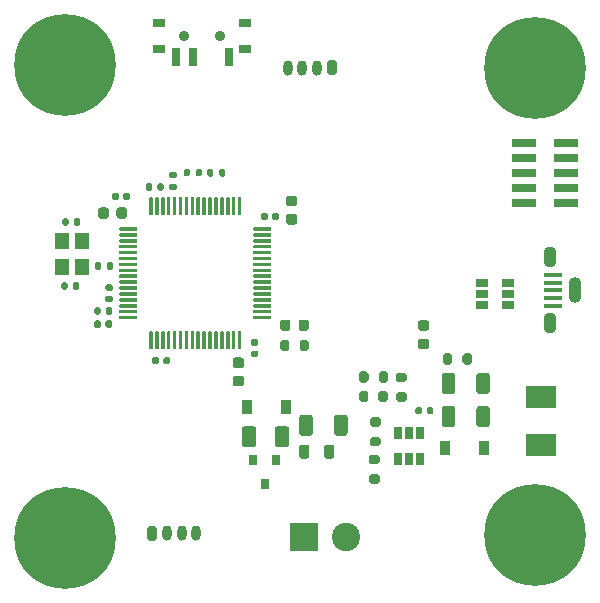
<source format=gbr>
%TF.GenerationSoftware,KiCad,Pcbnew,(5.1.10-1-10_14)*%
%TF.CreationDate,2022-04-25T19:01:15+02:00*%
%TF.ProjectId,STM32_USB_BuckConvertor,53544d33-325f-4555-9342-5f4275636b43,rev?*%
%TF.SameCoordinates,Original*%
%TF.FileFunction,Soldermask,Top*%
%TF.FilePolarity,Negative*%
%FSLAX46Y46*%
G04 Gerber Fmt 4.6, Leading zero omitted, Abs format (unit mm)*
G04 Created by KiCad (PCBNEW (5.1.10-1-10_14)) date 2022-04-25 19:01:15*
%MOMM*%
%LPD*%
G01*
G04 APERTURE LIST*
%ADD10R,1.060000X0.650000*%
%ADD11R,0.900000X1.200000*%
%ADD12C,0.900000*%
%ADD13C,8.600000*%
%ADD14R,0.650000X1.060000*%
%ADD15C,2.400000*%
%ADD16R,2.400000X2.400000*%
%ADD17O,0.800000X1.300000*%
%ADD18R,2.100000X0.750000*%
%ADD19O,1.100000X2.200000*%
%ADD20O,1.100000X1.800000*%
%ADD21R,1.500000X0.450000*%
%ADD22R,2.500000X1.900000*%
%ADD23R,0.800000X0.900000*%
%ADD24R,1.000000X0.800000*%
%ADD25R,0.700000X1.500000*%
%ADD26R,1.200000X1.400000*%
G04 APERTURE END LIST*
D10*
%TO.C,U1*%
X70260000Y-44360000D03*
X70260000Y-45310000D03*
X70260000Y-43410000D03*
X72460000Y-43410000D03*
X72460000Y-44360000D03*
X72460000Y-45310000D03*
%TD*%
%TO.C,U2*%
G36*
G01*
X42125000Y-37625000D02*
X42125000Y-36225000D01*
G75*
G02*
X42200000Y-36150000I75000J0D01*
G01*
X42350000Y-36150000D01*
G75*
G02*
X42425000Y-36225000I0J-75000D01*
G01*
X42425000Y-37625000D01*
G75*
G02*
X42350000Y-37700000I-75000J0D01*
G01*
X42200000Y-37700000D01*
G75*
G02*
X42125000Y-37625000I0J75000D01*
G01*
G37*
G36*
G01*
X42625000Y-37625000D02*
X42625000Y-36225000D01*
G75*
G02*
X42700000Y-36150000I75000J0D01*
G01*
X42850000Y-36150000D01*
G75*
G02*
X42925000Y-36225000I0J-75000D01*
G01*
X42925000Y-37625000D01*
G75*
G02*
X42850000Y-37700000I-75000J0D01*
G01*
X42700000Y-37700000D01*
G75*
G02*
X42625000Y-37625000I0J75000D01*
G01*
G37*
G36*
G01*
X43125000Y-37625000D02*
X43125000Y-36225000D01*
G75*
G02*
X43200000Y-36150000I75000J0D01*
G01*
X43350000Y-36150000D01*
G75*
G02*
X43425000Y-36225000I0J-75000D01*
G01*
X43425000Y-37625000D01*
G75*
G02*
X43350000Y-37700000I-75000J0D01*
G01*
X43200000Y-37700000D01*
G75*
G02*
X43125000Y-37625000I0J75000D01*
G01*
G37*
G36*
G01*
X43625000Y-37625000D02*
X43625000Y-36225000D01*
G75*
G02*
X43700000Y-36150000I75000J0D01*
G01*
X43850000Y-36150000D01*
G75*
G02*
X43925000Y-36225000I0J-75000D01*
G01*
X43925000Y-37625000D01*
G75*
G02*
X43850000Y-37700000I-75000J0D01*
G01*
X43700000Y-37700000D01*
G75*
G02*
X43625000Y-37625000I0J75000D01*
G01*
G37*
G36*
G01*
X44125000Y-37625000D02*
X44125000Y-36225000D01*
G75*
G02*
X44200000Y-36150000I75000J0D01*
G01*
X44350000Y-36150000D01*
G75*
G02*
X44425000Y-36225000I0J-75000D01*
G01*
X44425000Y-37625000D01*
G75*
G02*
X44350000Y-37700000I-75000J0D01*
G01*
X44200000Y-37700000D01*
G75*
G02*
X44125000Y-37625000I0J75000D01*
G01*
G37*
G36*
G01*
X44625000Y-37625000D02*
X44625000Y-36225000D01*
G75*
G02*
X44700000Y-36150000I75000J0D01*
G01*
X44850000Y-36150000D01*
G75*
G02*
X44925000Y-36225000I0J-75000D01*
G01*
X44925000Y-37625000D01*
G75*
G02*
X44850000Y-37700000I-75000J0D01*
G01*
X44700000Y-37700000D01*
G75*
G02*
X44625000Y-37625000I0J75000D01*
G01*
G37*
G36*
G01*
X45125000Y-37625000D02*
X45125000Y-36225000D01*
G75*
G02*
X45200000Y-36150000I75000J0D01*
G01*
X45350000Y-36150000D01*
G75*
G02*
X45425000Y-36225000I0J-75000D01*
G01*
X45425000Y-37625000D01*
G75*
G02*
X45350000Y-37700000I-75000J0D01*
G01*
X45200000Y-37700000D01*
G75*
G02*
X45125000Y-37625000I0J75000D01*
G01*
G37*
G36*
G01*
X45625000Y-37625000D02*
X45625000Y-36225000D01*
G75*
G02*
X45700000Y-36150000I75000J0D01*
G01*
X45850000Y-36150000D01*
G75*
G02*
X45925000Y-36225000I0J-75000D01*
G01*
X45925000Y-37625000D01*
G75*
G02*
X45850000Y-37700000I-75000J0D01*
G01*
X45700000Y-37700000D01*
G75*
G02*
X45625000Y-37625000I0J75000D01*
G01*
G37*
G36*
G01*
X46125000Y-37625000D02*
X46125000Y-36225000D01*
G75*
G02*
X46200000Y-36150000I75000J0D01*
G01*
X46350000Y-36150000D01*
G75*
G02*
X46425000Y-36225000I0J-75000D01*
G01*
X46425000Y-37625000D01*
G75*
G02*
X46350000Y-37700000I-75000J0D01*
G01*
X46200000Y-37700000D01*
G75*
G02*
X46125000Y-37625000I0J75000D01*
G01*
G37*
G36*
G01*
X46625000Y-37625000D02*
X46625000Y-36225000D01*
G75*
G02*
X46700000Y-36150000I75000J0D01*
G01*
X46850000Y-36150000D01*
G75*
G02*
X46925000Y-36225000I0J-75000D01*
G01*
X46925000Y-37625000D01*
G75*
G02*
X46850000Y-37700000I-75000J0D01*
G01*
X46700000Y-37700000D01*
G75*
G02*
X46625000Y-37625000I0J75000D01*
G01*
G37*
G36*
G01*
X47125000Y-37625000D02*
X47125000Y-36225000D01*
G75*
G02*
X47200000Y-36150000I75000J0D01*
G01*
X47350000Y-36150000D01*
G75*
G02*
X47425000Y-36225000I0J-75000D01*
G01*
X47425000Y-37625000D01*
G75*
G02*
X47350000Y-37700000I-75000J0D01*
G01*
X47200000Y-37700000D01*
G75*
G02*
X47125000Y-37625000I0J75000D01*
G01*
G37*
G36*
G01*
X47625000Y-37625000D02*
X47625000Y-36225000D01*
G75*
G02*
X47700000Y-36150000I75000J0D01*
G01*
X47850000Y-36150000D01*
G75*
G02*
X47925000Y-36225000I0J-75000D01*
G01*
X47925000Y-37625000D01*
G75*
G02*
X47850000Y-37700000I-75000J0D01*
G01*
X47700000Y-37700000D01*
G75*
G02*
X47625000Y-37625000I0J75000D01*
G01*
G37*
G36*
G01*
X48125000Y-37625000D02*
X48125000Y-36225000D01*
G75*
G02*
X48200000Y-36150000I75000J0D01*
G01*
X48350000Y-36150000D01*
G75*
G02*
X48425000Y-36225000I0J-75000D01*
G01*
X48425000Y-37625000D01*
G75*
G02*
X48350000Y-37700000I-75000J0D01*
G01*
X48200000Y-37700000D01*
G75*
G02*
X48125000Y-37625000I0J75000D01*
G01*
G37*
G36*
G01*
X48625000Y-37625000D02*
X48625000Y-36225000D01*
G75*
G02*
X48700000Y-36150000I75000J0D01*
G01*
X48850000Y-36150000D01*
G75*
G02*
X48925000Y-36225000I0J-75000D01*
G01*
X48925000Y-37625000D01*
G75*
G02*
X48850000Y-37700000I-75000J0D01*
G01*
X48700000Y-37700000D01*
G75*
G02*
X48625000Y-37625000I0J75000D01*
G01*
G37*
G36*
G01*
X49125000Y-37625000D02*
X49125000Y-36225000D01*
G75*
G02*
X49200000Y-36150000I75000J0D01*
G01*
X49350000Y-36150000D01*
G75*
G02*
X49425000Y-36225000I0J-75000D01*
G01*
X49425000Y-37625000D01*
G75*
G02*
X49350000Y-37700000I-75000J0D01*
G01*
X49200000Y-37700000D01*
G75*
G02*
X49125000Y-37625000I0J75000D01*
G01*
G37*
G36*
G01*
X49625000Y-37625000D02*
X49625000Y-36225000D01*
G75*
G02*
X49700000Y-36150000I75000J0D01*
G01*
X49850000Y-36150000D01*
G75*
G02*
X49925000Y-36225000I0J-75000D01*
G01*
X49925000Y-37625000D01*
G75*
G02*
X49850000Y-37700000I-75000J0D01*
G01*
X49700000Y-37700000D01*
G75*
G02*
X49625000Y-37625000I0J75000D01*
G01*
G37*
G36*
G01*
X50925000Y-38925000D02*
X50925000Y-38775000D01*
G75*
G02*
X51000000Y-38700000I75000J0D01*
G01*
X52400000Y-38700000D01*
G75*
G02*
X52475000Y-38775000I0J-75000D01*
G01*
X52475000Y-38925000D01*
G75*
G02*
X52400000Y-39000000I-75000J0D01*
G01*
X51000000Y-39000000D01*
G75*
G02*
X50925000Y-38925000I0J75000D01*
G01*
G37*
G36*
G01*
X50925000Y-39425000D02*
X50925000Y-39275000D01*
G75*
G02*
X51000000Y-39200000I75000J0D01*
G01*
X52400000Y-39200000D01*
G75*
G02*
X52475000Y-39275000I0J-75000D01*
G01*
X52475000Y-39425000D01*
G75*
G02*
X52400000Y-39500000I-75000J0D01*
G01*
X51000000Y-39500000D01*
G75*
G02*
X50925000Y-39425000I0J75000D01*
G01*
G37*
G36*
G01*
X50925000Y-39925000D02*
X50925000Y-39775000D01*
G75*
G02*
X51000000Y-39700000I75000J0D01*
G01*
X52400000Y-39700000D01*
G75*
G02*
X52475000Y-39775000I0J-75000D01*
G01*
X52475000Y-39925000D01*
G75*
G02*
X52400000Y-40000000I-75000J0D01*
G01*
X51000000Y-40000000D01*
G75*
G02*
X50925000Y-39925000I0J75000D01*
G01*
G37*
G36*
G01*
X50925000Y-40425000D02*
X50925000Y-40275000D01*
G75*
G02*
X51000000Y-40200000I75000J0D01*
G01*
X52400000Y-40200000D01*
G75*
G02*
X52475000Y-40275000I0J-75000D01*
G01*
X52475000Y-40425000D01*
G75*
G02*
X52400000Y-40500000I-75000J0D01*
G01*
X51000000Y-40500000D01*
G75*
G02*
X50925000Y-40425000I0J75000D01*
G01*
G37*
G36*
G01*
X50925000Y-40925000D02*
X50925000Y-40775000D01*
G75*
G02*
X51000000Y-40700000I75000J0D01*
G01*
X52400000Y-40700000D01*
G75*
G02*
X52475000Y-40775000I0J-75000D01*
G01*
X52475000Y-40925000D01*
G75*
G02*
X52400000Y-41000000I-75000J0D01*
G01*
X51000000Y-41000000D01*
G75*
G02*
X50925000Y-40925000I0J75000D01*
G01*
G37*
G36*
G01*
X50925000Y-41425000D02*
X50925000Y-41275000D01*
G75*
G02*
X51000000Y-41200000I75000J0D01*
G01*
X52400000Y-41200000D01*
G75*
G02*
X52475000Y-41275000I0J-75000D01*
G01*
X52475000Y-41425000D01*
G75*
G02*
X52400000Y-41500000I-75000J0D01*
G01*
X51000000Y-41500000D01*
G75*
G02*
X50925000Y-41425000I0J75000D01*
G01*
G37*
G36*
G01*
X50925000Y-41925000D02*
X50925000Y-41775000D01*
G75*
G02*
X51000000Y-41700000I75000J0D01*
G01*
X52400000Y-41700000D01*
G75*
G02*
X52475000Y-41775000I0J-75000D01*
G01*
X52475000Y-41925000D01*
G75*
G02*
X52400000Y-42000000I-75000J0D01*
G01*
X51000000Y-42000000D01*
G75*
G02*
X50925000Y-41925000I0J75000D01*
G01*
G37*
G36*
G01*
X50925000Y-42425000D02*
X50925000Y-42275000D01*
G75*
G02*
X51000000Y-42200000I75000J0D01*
G01*
X52400000Y-42200000D01*
G75*
G02*
X52475000Y-42275000I0J-75000D01*
G01*
X52475000Y-42425000D01*
G75*
G02*
X52400000Y-42500000I-75000J0D01*
G01*
X51000000Y-42500000D01*
G75*
G02*
X50925000Y-42425000I0J75000D01*
G01*
G37*
G36*
G01*
X50925000Y-42925000D02*
X50925000Y-42775000D01*
G75*
G02*
X51000000Y-42700000I75000J0D01*
G01*
X52400000Y-42700000D01*
G75*
G02*
X52475000Y-42775000I0J-75000D01*
G01*
X52475000Y-42925000D01*
G75*
G02*
X52400000Y-43000000I-75000J0D01*
G01*
X51000000Y-43000000D01*
G75*
G02*
X50925000Y-42925000I0J75000D01*
G01*
G37*
G36*
G01*
X50925000Y-43425000D02*
X50925000Y-43275000D01*
G75*
G02*
X51000000Y-43200000I75000J0D01*
G01*
X52400000Y-43200000D01*
G75*
G02*
X52475000Y-43275000I0J-75000D01*
G01*
X52475000Y-43425000D01*
G75*
G02*
X52400000Y-43500000I-75000J0D01*
G01*
X51000000Y-43500000D01*
G75*
G02*
X50925000Y-43425000I0J75000D01*
G01*
G37*
G36*
G01*
X50925000Y-43925000D02*
X50925000Y-43775000D01*
G75*
G02*
X51000000Y-43700000I75000J0D01*
G01*
X52400000Y-43700000D01*
G75*
G02*
X52475000Y-43775000I0J-75000D01*
G01*
X52475000Y-43925000D01*
G75*
G02*
X52400000Y-44000000I-75000J0D01*
G01*
X51000000Y-44000000D01*
G75*
G02*
X50925000Y-43925000I0J75000D01*
G01*
G37*
G36*
G01*
X50925000Y-44425000D02*
X50925000Y-44275000D01*
G75*
G02*
X51000000Y-44200000I75000J0D01*
G01*
X52400000Y-44200000D01*
G75*
G02*
X52475000Y-44275000I0J-75000D01*
G01*
X52475000Y-44425000D01*
G75*
G02*
X52400000Y-44500000I-75000J0D01*
G01*
X51000000Y-44500000D01*
G75*
G02*
X50925000Y-44425000I0J75000D01*
G01*
G37*
G36*
G01*
X50925000Y-44925000D02*
X50925000Y-44775000D01*
G75*
G02*
X51000000Y-44700000I75000J0D01*
G01*
X52400000Y-44700000D01*
G75*
G02*
X52475000Y-44775000I0J-75000D01*
G01*
X52475000Y-44925000D01*
G75*
G02*
X52400000Y-45000000I-75000J0D01*
G01*
X51000000Y-45000000D01*
G75*
G02*
X50925000Y-44925000I0J75000D01*
G01*
G37*
G36*
G01*
X50925000Y-45425000D02*
X50925000Y-45275000D01*
G75*
G02*
X51000000Y-45200000I75000J0D01*
G01*
X52400000Y-45200000D01*
G75*
G02*
X52475000Y-45275000I0J-75000D01*
G01*
X52475000Y-45425000D01*
G75*
G02*
X52400000Y-45500000I-75000J0D01*
G01*
X51000000Y-45500000D01*
G75*
G02*
X50925000Y-45425000I0J75000D01*
G01*
G37*
G36*
G01*
X50925000Y-45925000D02*
X50925000Y-45775000D01*
G75*
G02*
X51000000Y-45700000I75000J0D01*
G01*
X52400000Y-45700000D01*
G75*
G02*
X52475000Y-45775000I0J-75000D01*
G01*
X52475000Y-45925000D01*
G75*
G02*
X52400000Y-46000000I-75000J0D01*
G01*
X51000000Y-46000000D01*
G75*
G02*
X50925000Y-45925000I0J75000D01*
G01*
G37*
G36*
G01*
X50925000Y-46425000D02*
X50925000Y-46275000D01*
G75*
G02*
X51000000Y-46200000I75000J0D01*
G01*
X52400000Y-46200000D01*
G75*
G02*
X52475000Y-46275000I0J-75000D01*
G01*
X52475000Y-46425000D01*
G75*
G02*
X52400000Y-46500000I-75000J0D01*
G01*
X51000000Y-46500000D01*
G75*
G02*
X50925000Y-46425000I0J75000D01*
G01*
G37*
G36*
G01*
X49625000Y-48975000D02*
X49625000Y-47575000D01*
G75*
G02*
X49700000Y-47500000I75000J0D01*
G01*
X49850000Y-47500000D01*
G75*
G02*
X49925000Y-47575000I0J-75000D01*
G01*
X49925000Y-48975000D01*
G75*
G02*
X49850000Y-49050000I-75000J0D01*
G01*
X49700000Y-49050000D01*
G75*
G02*
X49625000Y-48975000I0J75000D01*
G01*
G37*
G36*
G01*
X49125000Y-48975000D02*
X49125000Y-47575000D01*
G75*
G02*
X49200000Y-47500000I75000J0D01*
G01*
X49350000Y-47500000D01*
G75*
G02*
X49425000Y-47575000I0J-75000D01*
G01*
X49425000Y-48975000D01*
G75*
G02*
X49350000Y-49050000I-75000J0D01*
G01*
X49200000Y-49050000D01*
G75*
G02*
X49125000Y-48975000I0J75000D01*
G01*
G37*
G36*
G01*
X48625000Y-48975000D02*
X48625000Y-47575000D01*
G75*
G02*
X48700000Y-47500000I75000J0D01*
G01*
X48850000Y-47500000D01*
G75*
G02*
X48925000Y-47575000I0J-75000D01*
G01*
X48925000Y-48975000D01*
G75*
G02*
X48850000Y-49050000I-75000J0D01*
G01*
X48700000Y-49050000D01*
G75*
G02*
X48625000Y-48975000I0J75000D01*
G01*
G37*
G36*
G01*
X48125000Y-48975000D02*
X48125000Y-47575000D01*
G75*
G02*
X48200000Y-47500000I75000J0D01*
G01*
X48350000Y-47500000D01*
G75*
G02*
X48425000Y-47575000I0J-75000D01*
G01*
X48425000Y-48975000D01*
G75*
G02*
X48350000Y-49050000I-75000J0D01*
G01*
X48200000Y-49050000D01*
G75*
G02*
X48125000Y-48975000I0J75000D01*
G01*
G37*
G36*
G01*
X47625000Y-48975000D02*
X47625000Y-47575000D01*
G75*
G02*
X47700000Y-47500000I75000J0D01*
G01*
X47850000Y-47500000D01*
G75*
G02*
X47925000Y-47575000I0J-75000D01*
G01*
X47925000Y-48975000D01*
G75*
G02*
X47850000Y-49050000I-75000J0D01*
G01*
X47700000Y-49050000D01*
G75*
G02*
X47625000Y-48975000I0J75000D01*
G01*
G37*
G36*
G01*
X47125000Y-48975000D02*
X47125000Y-47575000D01*
G75*
G02*
X47200000Y-47500000I75000J0D01*
G01*
X47350000Y-47500000D01*
G75*
G02*
X47425000Y-47575000I0J-75000D01*
G01*
X47425000Y-48975000D01*
G75*
G02*
X47350000Y-49050000I-75000J0D01*
G01*
X47200000Y-49050000D01*
G75*
G02*
X47125000Y-48975000I0J75000D01*
G01*
G37*
G36*
G01*
X46625000Y-48975000D02*
X46625000Y-47575000D01*
G75*
G02*
X46700000Y-47500000I75000J0D01*
G01*
X46850000Y-47500000D01*
G75*
G02*
X46925000Y-47575000I0J-75000D01*
G01*
X46925000Y-48975000D01*
G75*
G02*
X46850000Y-49050000I-75000J0D01*
G01*
X46700000Y-49050000D01*
G75*
G02*
X46625000Y-48975000I0J75000D01*
G01*
G37*
G36*
G01*
X46125000Y-48975000D02*
X46125000Y-47575000D01*
G75*
G02*
X46200000Y-47500000I75000J0D01*
G01*
X46350000Y-47500000D01*
G75*
G02*
X46425000Y-47575000I0J-75000D01*
G01*
X46425000Y-48975000D01*
G75*
G02*
X46350000Y-49050000I-75000J0D01*
G01*
X46200000Y-49050000D01*
G75*
G02*
X46125000Y-48975000I0J75000D01*
G01*
G37*
G36*
G01*
X45625000Y-48975000D02*
X45625000Y-47575000D01*
G75*
G02*
X45700000Y-47500000I75000J0D01*
G01*
X45850000Y-47500000D01*
G75*
G02*
X45925000Y-47575000I0J-75000D01*
G01*
X45925000Y-48975000D01*
G75*
G02*
X45850000Y-49050000I-75000J0D01*
G01*
X45700000Y-49050000D01*
G75*
G02*
X45625000Y-48975000I0J75000D01*
G01*
G37*
G36*
G01*
X45125000Y-48975000D02*
X45125000Y-47575000D01*
G75*
G02*
X45200000Y-47500000I75000J0D01*
G01*
X45350000Y-47500000D01*
G75*
G02*
X45425000Y-47575000I0J-75000D01*
G01*
X45425000Y-48975000D01*
G75*
G02*
X45350000Y-49050000I-75000J0D01*
G01*
X45200000Y-49050000D01*
G75*
G02*
X45125000Y-48975000I0J75000D01*
G01*
G37*
G36*
G01*
X44625000Y-48975000D02*
X44625000Y-47575000D01*
G75*
G02*
X44700000Y-47500000I75000J0D01*
G01*
X44850000Y-47500000D01*
G75*
G02*
X44925000Y-47575000I0J-75000D01*
G01*
X44925000Y-48975000D01*
G75*
G02*
X44850000Y-49050000I-75000J0D01*
G01*
X44700000Y-49050000D01*
G75*
G02*
X44625000Y-48975000I0J75000D01*
G01*
G37*
G36*
G01*
X44125000Y-48975000D02*
X44125000Y-47575000D01*
G75*
G02*
X44200000Y-47500000I75000J0D01*
G01*
X44350000Y-47500000D01*
G75*
G02*
X44425000Y-47575000I0J-75000D01*
G01*
X44425000Y-48975000D01*
G75*
G02*
X44350000Y-49050000I-75000J0D01*
G01*
X44200000Y-49050000D01*
G75*
G02*
X44125000Y-48975000I0J75000D01*
G01*
G37*
G36*
G01*
X43625000Y-48975000D02*
X43625000Y-47575000D01*
G75*
G02*
X43700000Y-47500000I75000J0D01*
G01*
X43850000Y-47500000D01*
G75*
G02*
X43925000Y-47575000I0J-75000D01*
G01*
X43925000Y-48975000D01*
G75*
G02*
X43850000Y-49050000I-75000J0D01*
G01*
X43700000Y-49050000D01*
G75*
G02*
X43625000Y-48975000I0J75000D01*
G01*
G37*
G36*
G01*
X43125000Y-48975000D02*
X43125000Y-47575000D01*
G75*
G02*
X43200000Y-47500000I75000J0D01*
G01*
X43350000Y-47500000D01*
G75*
G02*
X43425000Y-47575000I0J-75000D01*
G01*
X43425000Y-48975000D01*
G75*
G02*
X43350000Y-49050000I-75000J0D01*
G01*
X43200000Y-49050000D01*
G75*
G02*
X43125000Y-48975000I0J75000D01*
G01*
G37*
G36*
G01*
X42625000Y-48975000D02*
X42625000Y-47575000D01*
G75*
G02*
X42700000Y-47500000I75000J0D01*
G01*
X42850000Y-47500000D01*
G75*
G02*
X42925000Y-47575000I0J-75000D01*
G01*
X42925000Y-48975000D01*
G75*
G02*
X42850000Y-49050000I-75000J0D01*
G01*
X42700000Y-49050000D01*
G75*
G02*
X42625000Y-48975000I0J75000D01*
G01*
G37*
G36*
G01*
X42125000Y-48975000D02*
X42125000Y-47575000D01*
G75*
G02*
X42200000Y-47500000I75000J0D01*
G01*
X42350000Y-47500000D01*
G75*
G02*
X42425000Y-47575000I0J-75000D01*
G01*
X42425000Y-48975000D01*
G75*
G02*
X42350000Y-49050000I-75000J0D01*
G01*
X42200000Y-49050000D01*
G75*
G02*
X42125000Y-48975000I0J75000D01*
G01*
G37*
G36*
G01*
X39575000Y-46425000D02*
X39575000Y-46275000D01*
G75*
G02*
X39650000Y-46200000I75000J0D01*
G01*
X41050000Y-46200000D01*
G75*
G02*
X41125000Y-46275000I0J-75000D01*
G01*
X41125000Y-46425000D01*
G75*
G02*
X41050000Y-46500000I-75000J0D01*
G01*
X39650000Y-46500000D01*
G75*
G02*
X39575000Y-46425000I0J75000D01*
G01*
G37*
G36*
G01*
X39575000Y-45925000D02*
X39575000Y-45775000D01*
G75*
G02*
X39650000Y-45700000I75000J0D01*
G01*
X41050000Y-45700000D01*
G75*
G02*
X41125000Y-45775000I0J-75000D01*
G01*
X41125000Y-45925000D01*
G75*
G02*
X41050000Y-46000000I-75000J0D01*
G01*
X39650000Y-46000000D01*
G75*
G02*
X39575000Y-45925000I0J75000D01*
G01*
G37*
G36*
G01*
X39575000Y-45425000D02*
X39575000Y-45275000D01*
G75*
G02*
X39650000Y-45200000I75000J0D01*
G01*
X41050000Y-45200000D01*
G75*
G02*
X41125000Y-45275000I0J-75000D01*
G01*
X41125000Y-45425000D01*
G75*
G02*
X41050000Y-45500000I-75000J0D01*
G01*
X39650000Y-45500000D01*
G75*
G02*
X39575000Y-45425000I0J75000D01*
G01*
G37*
G36*
G01*
X39575000Y-44925000D02*
X39575000Y-44775000D01*
G75*
G02*
X39650000Y-44700000I75000J0D01*
G01*
X41050000Y-44700000D01*
G75*
G02*
X41125000Y-44775000I0J-75000D01*
G01*
X41125000Y-44925000D01*
G75*
G02*
X41050000Y-45000000I-75000J0D01*
G01*
X39650000Y-45000000D01*
G75*
G02*
X39575000Y-44925000I0J75000D01*
G01*
G37*
G36*
G01*
X39575000Y-44425000D02*
X39575000Y-44275000D01*
G75*
G02*
X39650000Y-44200000I75000J0D01*
G01*
X41050000Y-44200000D01*
G75*
G02*
X41125000Y-44275000I0J-75000D01*
G01*
X41125000Y-44425000D01*
G75*
G02*
X41050000Y-44500000I-75000J0D01*
G01*
X39650000Y-44500000D01*
G75*
G02*
X39575000Y-44425000I0J75000D01*
G01*
G37*
G36*
G01*
X39575000Y-43925000D02*
X39575000Y-43775000D01*
G75*
G02*
X39650000Y-43700000I75000J0D01*
G01*
X41050000Y-43700000D01*
G75*
G02*
X41125000Y-43775000I0J-75000D01*
G01*
X41125000Y-43925000D01*
G75*
G02*
X41050000Y-44000000I-75000J0D01*
G01*
X39650000Y-44000000D01*
G75*
G02*
X39575000Y-43925000I0J75000D01*
G01*
G37*
G36*
G01*
X39575000Y-43425000D02*
X39575000Y-43275000D01*
G75*
G02*
X39650000Y-43200000I75000J0D01*
G01*
X41050000Y-43200000D01*
G75*
G02*
X41125000Y-43275000I0J-75000D01*
G01*
X41125000Y-43425000D01*
G75*
G02*
X41050000Y-43500000I-75000J0D01*
G01*
X39650000Y-43500000D01*
G75*
G02*
X39575000Y-43425000I0J75000D01*
G01*
G37*
G36*
G01*
X39575000Y-42925000D02*
X39575000Y-42775000D01*
G75*
G02*
X39650000Y-42700000I75000J0D01*
G01*
X41050000Y-42700000D01*
G75*
G02*
X41125000Y-42775000I0J-75000D01*
G01*
X41125000Y-42925000D01*
G75*
G02*
X41050000Y-43000000I-75000J0D01*
G01*
X39650000Y-43000000D01*
G75*
G02*
X39575000Y-42925000I0J75000D01*
G01*
G37*
G36*
G01*
X39575000Y-42425000D02*
X39575000Y-42275000D01*
G75*
G02*
X39650000Y-42200000I75000J0D01*
G01*
X41050000Y-42200000D01*
G75*
G02*
X41125000Y-42275000I0J-75000D01*
G01*
X41125000Y-42425000D01*
G75*
G02*
X41050000Y-42500000I-75000J0D01*
G01*
X39650000Y-42500000D01*
G75*
G02*
X39575000Y-42425000I0J75000D01*
G01*
G37*
G36*
G01*
X39575000Y-41925000D02*
X39575000Y-41775000D01*
G75*
G02*
X39650000Y-41700000I75000J0D01*
G01*
X41050000Y-41700000D01*
G75*
G02*
X41125000Y-41775000I0J-75000D01*
G01*
X41125000Y-41925000D01*
G75*
G02*
X41050000Y-42000000I-75000J0D01*
G01*
X39650000Y-42000000D01*
G75*
G02*
X39575000Y-41925000I0J75000D01*
G01*
G37*
G36*
G01*
X39575000Y-41425000D02*
X39575000Y-41275000D01*
G75*
G02*
X39650000Y-41200000I75000J0D01*
G01*
X41050000Y-41200000D01*
G75*
G02*
X41125000Y-41275000I0J-75000D01*
G01*
X41125000Y-41425000D01*
G75*
G02*
X41050000Y-41500000I-75000J0D01*
G01*
X39650000Y-41500000D01*
G75*
G02*
X39575000Y-41425000I0J75000D01*
G01*
G37*
G36*
G01*
X39575000Y-40925000D02*
X39575000Y-40775000D01*
G75*
G02*
X39650000Y-40700000I75000J0D01*
G01*
X41050000Y-40700000D01*
G75*
G02*
X41125000Y-40775000I0J-75000D01*
G01*
X41125000Y-40925000D01*
G75*
G02*
X41050000Y-41000000I-75000J0D01*
G01*
X39650000Y-41000000D01*
G75*
G02*
X39575000Y-40925000I0J75000D01*
G01*
G37*
G36*
G01*
X39575000Y-40425000D02*
X39575000Y-40275000D01*
G75*
G02*
X39650000Y-40200000I75000J0D01*
G01*
X41050000Y-40200000D01*
G75*
G02*
X41125000Y-40275000I0J-75000D01*
G01*
X41125000Y-40425000D01*
G75*
G02*
X41050000Y-40500000I-75000J0D01*
G01*
X39650000Y-40500000D01*
G75*
G02*
X39575000Y-40425000I0J75000D01*
G01*
G37*
G36*
G01*
X39575000Y-39925000D02*
X39575000Y-39775000D01*
G75*
G02*
X39650000Y-39700000I75000J0D01*
G01*
X41050000Y-39700000D01*
G75*
G02*
X41125000Y-39775000I0J-75000D01*
G01*
X41125000Y-39925000D01*
G75*
G02*
X41050000Y-40000000I-75000J0D01*
G01*
X39650000Y-40000000D01*
G75*
G02*
X39575000Y-39925000I0J75000D01*
G01*
G37*
G36*
G01*
X39575000Y-39425000D02*
X39575000Y-39275000D01*
G75*
G02*
X39650000Y-39200000I75000J0D01*
G01*
X41050000Y-39200000D01*
G75*
G02*
X41125000Y-39275000I0J-75000D01*
G01*
X41125000Y-39425000D01*
G75*
G02*
X41050000Y-39500000I-75000J0D01*
G01*
X39650000Y-39500000D01*
G75*
G02*
X39575000Y-39425000I0J75000D01*
G01*
G37*
G36*
G01*
X39575000Y-38925000D02*
X39575000Y-38775000D01*
G75*
G02*
X39650000Y-38700000I75000J0D01*
G01*
X41050000Y-38700000D01*
G75*
G02*
X41125000Y-38775000I0J-75000D01*
G01*
X41125000Y-38925000D01*
G75*
G02*
X41050000Y-39000000I-75000J0D01*
G01*
X39650000Y-39000000D01*
G75*
G02*
X39575000Y-38925000I0J75000D01*
G01*
G37*
%TD*%
%TO.C,C1*%
G36*
G01*
X57770000Y-56120001D02*
X57770000Y-54819999D01*
G75*
G02*
X58019999Y-54570000I249999J0D01*
G01*
X58670001Y-54570000D01*
G75*
G02*
X58920000Y-54819999I0J-249999D01*
G01*
X58920000Y-56120001D01*
G75*
G02*
X58670001Y-56370000I-249999J0D01*
G01*
X58019999Y-56370000D01*
G75*
G02*
X57770000Y-56120001I0J249999D01*
G01*
G37*
G36*
G01*
X54820000Y-56120001D02*
X54820000Y-54819999D01*
G75*
G02*
X55069999Y-54570000I249999J0D01*
G01*
X55720001Y-54570000D01*
G75*
G02*
X55970000Y-54819999I0J-249999D01*
G01*
X55970000Y-56120001D01*
G75*
G02*
X55720001Y-56370000I-249999J0D01*
G01*
X55069999Y-56370000D01*
G75*
G02*
X54820000Y-56120001I0J249999D01*
G01*
G37*
%TD*%
%TO.C,C2*%
G36*
G01*
X68020000Y-54079999D02*
X68020000Y-55380001D01*
G75*
G02*
X67770001Y-55630000I-249999J0D01*
G01*
X67119999Y-55630000D01*
G75*
G02*
X66870000Y-55380001I0J249999D01*
G01*
X66870000Y-54079999D01*
G75*
G02*
X67119999Y-53830000I249999J0D01*
G01*
X67770001Y-53830000D01*
G75*
G02*
X68020000Y-54079999I0J-249999D01*
G01*
G37*
G36*
G01*
X70970000Y-54079999D02*
X70970000Y-55380001D01*
G75*
G02*
X70720001Y-55630000I-249999J0D01*
G01*
X70069999Y-55630000D01*
G75*
G02*
X69820000Y-55380001I0J249999D01*
G01*
X69820000Y-54079999D01*
G75*
G02*
X70069999Y-53830000I249999J0D01*
G01*
X70720001Y-53830000D01*
G75*
G02*
X70970000Y-54079999I0J-249999D01*
G01*
G37*
%TD*%
%TO.C,C3*%
G36*
G01*
X68020000Y-51279999D02*
X68020000Y-52580001D01*
G75*
G02*
X67770001Y-52830000I-249999J0D01*
G01*
X67119999Y-52830000D01*
G75*
G02*
X66870000Y-52580001I0J249999D01*
G01*
X66870000Y-51279999D01*
G75*
G02*
X67119999Y-51030000I249999J0D01*
G01*
X67770001Y-51030000D01*
G75*
G02*
X68020000Y-51279999I0J-249999D01*
G01*
G37*
G36*
G01*
X70970000Y-51279999D02*
X70970000Y-52580001D01*
G75*
G02*
X70720001Y-52830000I-249999J0D01*
G01*
X70069999Y-52830000D01*
G75*
G02*
X69820000Y-52580001I0J249999D01*
G01*
X69820000Y-51279999D01*
G75*
G02*
X70069999Y-51030000I249999J0D01*
G01*
X70720001Y-51030000D01*
G75*
G02*
X70970000Y-51279999I0J-249999D01*
G01*
G37*
%TD*%
%TO.C,C4*%
G36*
G01*
X65220000Y-54060000D02*
X65220000Y-54400000D01*
G75*
G02*
X65080000Y-54540000I-140000J0D01*
G01*
X64800000Y-54540000D01*
G75*
G02*
X64660000Y-54400000I0J140000D01*
G01*
X64660000Y-54060000D01*
G75*
G02*
X64800000Y-53920000I140000J0D01*
G01*
X65080000Y-53920000D01*
G75*
G02*
X65220000Y-54060000I0J-140000D01*
G01*
G37*
G36*
G01*
X66180000Y-54060000D02*
X66180000Y-54400000D01*
G75*
G02*
X66040000Y-54540000I-140000J0D01*
G01*
X65760000Y-54540000D01*
G75*
G02*
X65620000Y-54400000I0J140000D01*
G01*
X65620000Y-54060000D01*
G75*
G02*
X65760000Y-53920000I140000J0D01*
G01*
X66040000Y-53920000D01*
G75*
G02*
X66180000Y-54060000I0J-140000D01*
G01*
G37*
%TD*%
%TO.C,C5*%
G36*
G01*
X38700000Y-37250000D02*
X38700000Y-37750000D01*
G75*
G02*
X38475000Y-37975000I-225000J0D01*
G01*
X38025000Y-37975000D01*
G75*
G02*
X37800000Y-37750000I0J225000D01*
G01*
X37800000Y-37250000D01*
G75*
G02*
X38025000Y-37025000I225000J0D01*
G01*
X38475000Y-37025000D01*
G75*
G02*
X38700000Y-37250000I0J-225000D01*
G01*
G37*
G36*
G01*
X40250000Y-37250000D02*
X40250000Y-37750000D01*
G75*
G02*
X40025000Y-37975000I-225000J0D01*
G01*
X39575000Y-37975000D01*
G75*
G02*
X39350000Y-37750000I0J225000D01*
G01*
X39350000Y-37250000D01*
G75*
G02*
X39575000Y-37025000I225000J0D01*
G01*
X40025000Y-37025000D01*
G75*
G02*
X40250000Y-37250000I0J-225000D01*
G01*
G37*
%TD*%
%TO.C,C6*%
G36*
G01*
X39525000Y-35930000D02*
X39525000Y-36270000D01*
G75*
G02*
X39385000Y-36410000I-140000J0D01*
G01*
X39105000Y-36410000D01*
G75*
G02*
X38965000Y-36270000I0J140000D01*
G01*
X38965000Y-35930000D01*
G75*
G02*
X39105000Y-35790000I140000J0D01*
G01*
X39385000Y-35790000D01*
G75*
G02*
X39525000Y-35930000I0J-140000D01*
G01*
G37*
G36*
G01*
X40485000Y-35930000D02*
X40485000Y-36270000D01*
G75*
G02*
X40345000Y-36410000I-140000J0D01*
G01*
X40065000Y-36410000D01*
G75*
G02*
X39925000Y-36270000I0J140000D01*
G01*
X39925000Y-35930000D01*
G75*
G02*
X40065000Y-35790000I140000J0D01*
G01*
X40345000Y-35790000D01*
G75*
G02*
X40485000Y-35930000I0J-140000D01*
G01*
G37*
%TD*%
%TO.C,C7*%
G36*
G01*
X42925000Y-49830000D02*
X42925000Y-50170000D01*
G75*
G02*
X42785000Y-50310000I-140000J0D01*
G01*
X42505000Y-50310000D01*
G75*
G02*
X42365000Y-50170000I0J140000D01*
G01*
X42365000Y-49830000D01*
G75*
G02*
X42505000Y-49690000I140000J0D01*
G01*
X42785000Y-49690000D01*
G75*
G02*
X42925000Y-49830000I0J-140000D01*
G01*
G37*
G36*
G01*
X43885000Y-49830000D02*
X43885000Y-50170000D01*
G75*
G02*
X43745000Y-50310000I-140000J0D01*
G01*
X43465000Y-50310000D01*
G75*
G02*
X43325000Y-50170000I0J140000D01*
G01*
X43325000Y-49830000D01*
G75*
G02*
X43465000Y-49690000I140000J0D01*
G01*
X43745000Y-49690000D01*
G75*
G02*
X43885000Y-49830000I0J-140000D01*
G01*
G37*
%TD*%
%TO.C,C8*%
G36*
G01*
X50880000Y-49150000D02*
X51220000Y-49150000D01*
G75*
G02*
X51360000Y-49290000I0J-140000D01*
G01*
X51360000Y-49570000D01*
G75*
G02*
X51220000Y-49710000I-140000J0D01*
G01*
X50880000Y-49710000D01*
G75*
G02*
X50740000Y-49570000I0J140000D01*
G01*
X50740000Y-49290000D01*
G75*
G02*
X50880000Y-49150000I140000J0D01*
G01*
G37*
G36*
G01*
X50880000Y-48190000D02*
X51220000Y-48190000D01*
G75*
G02*
X51360000Y-48330000I0J-140000D01*
G01*
X51360000Y-48610000D01*
G75*
G02*
X51220000Y-48750000I-140000J0D01*
G01*
X50880000Y-48750000D01*
G75*
G02*
X50740000Y-48610000I0J140000D01*
G01*
X50740000Y-48330000D01*
G75*
G02*
X50880000Y-48190000I140000J0D01*
G01*
G37*
%TD*%
%TO.C,C9*%
G36*
G01*
X52550000Y-37970000D02*
X52550000Y-37630000D01*
G75*
G02*
X52690000Y-37490000I140000J0D01*
G01*
X52970000Y-37490000D01*
G75*
G02*
X53110000Y-37630000I0J-140000D01*
G01*
X53110000Y-37970000D01*
G75*
G02*
X52970000Y-38110000I-140000J0D01*
G01*
X52690000Y-38110000D01*
G75*
G02*
X52550000Y-37970000I0J140000D01*
G01*
G37*
G36*
G01*
X51590000Y-37970000D02*
X51590000Y-37630000D01*
G75*
G02*
X51730000Y-37490000I140000J0D01*
G01*
X52010000Y-37490000D01*
G75*
G02*
X52150000Y-37630000I0J-140000D01*
G01*
X52150000Y-37970000D01*
G75*
G02*
X52010000Y-38110000I-140000J0D01*
G01*
X51730000Y-38110000D01*
G75*
G02*
X51590000Y-37970000I0J140000D01*
G01*
G37*
%TD*%
%TO.C,C10*%
G36*
G01*
X42790000Y-35460000D02*
X42790000Y-35120000D01*
G75*
G02*
X42930000Y-34980000I140000J0D01*
G01*
X43210000Y-34980000D01*
G75*
G02*
X43350000Y-35120000I0J-140000D01*
G01*
X43350000Y-35460000D01*
G75*
G02*
X43210000Y-35600000I-140000J0D01*
G01*
X42930000Y-35600000D01*
G75*
G02*
X42790000Y-35460000I0J140000D01*
G01*
G37*
G36*
G01*
X41830000Y-35460000D02*
X41830000Y-35120000D01*
G75*
G02*
X41970000Y-34980000I140000J0D01*
G01*
X42250000Y-34980000D01*
G75*
G02*
X42390000Y-35120000I0J-140000D01*
G01*
X42390000Y-35460000D01*
G75*
G02*
X42250000Y-35600000I-140000J0D01*
G01*
X41970000Y-35600000D01*
G75*
G02*
X41830000Y-35460000I0J140000D01*
G01*
G37*
%TD*%
%TO.C,C11*%
G36*
G01*
X38900000Y-44090000D02*
X38560000Y-44090000D01*
G75*
G02*
X38420000Y-43950000I0J140000D01*
G01*
X38420000Y-43670000D01*
G75*
G02*
X38560000Y-43530000I140000J0D01*
G01*
X38900000Y-43530000D01*
G75*
G02*
X39040000Y-43670000I0J-140000D01*
G01*
X39040000Y-43950000D01*
G75*
G02*
X38900000Y-44090000I-140000J0D01*
G01*
G37*
G36*
G01*
X38900000Y-45050000D02*
X38560000Y-45050000D01*
G75*
G02*
X38420000Y-44910000I0J140000D01*
G01*
X38420000Y-44630000D01*
G75*
G02*
X38560000Y-44490000I140000J0D01*
G01*
X38900000Y-44490000D01*
G75*
G02*
X39040000Y-44630000I0J-140000D01*
G01*
X39040000Y-44910000D01*
G75*
G02*
X38900000Y-45050000I-140000J0D01*
G01*
G37*
%TD*%
%TO.C,C12*%
G36*
G01*
X38025000Y-45630000D02*
X38025000Y-45970000D01*
G75*
G02*
X37885000Y-46110000I-140000J0D01*
G01*
X37605000Y-46110000D01*
G75*
G02*
X37465000Y-45970000I0J140000D01*
G01*
X37465000Y-45630000D01*
G75*
G02*
X37605000Y-45490000I140000J0D01*
G01*
X37885000Y-45490000D01*
G75*
G02*
X38025000Y-45630000I0J-140000D01*
G01*
G37*
G36*
G01*
X38985000Y-45630000D02*
X38985000Y-45970000D01*
G75*
G02*
X38845000Y-46110000I-140000J0D01*
G01*
X38565000Y-46110000D01*
G75*
G02*
X38425000Y-45970000I0J140000D01*
G01*
X38425000Y-45630000D01*
G75*
G02*
X38565000Y-45490000I140000J0D01*
G01*
X38845000Y-45490000D01*
G75*
G02*
X38985000Y-45630000I0J-140000D01*
G01*
G37*
%TD*%
%TO.C,C13*%
G36*
G01*
X49420000Y-51275000D02*
X49920000Y-51275000D01*
G75*
G02*
X50145000Y-51500000I0J-225000D01*
G01*
X50145000Y-51950000D01*
G75*
G02*
X49920000Y-52175000I-225000J0D01*
G01*
X49420000Y-52175000D01*
G75*
G02*
X49195000Y-51950000I0J225000D01*
G01*
X49195000Y-51500000D01*
G75*
G02*
X49420000Y-51275000I225000J0D01*
G01*
G37*
G36*
G01*
X49420000Y-49725000D02*
X49920000Y-49725000D01*
G75*
G02*
X50145000Y-49950000I0J-225000D01*
G01*
X50145000Y-50400000D01*
G75*
G02*
X49920000Y-50625000I-225000J0D01*
G01*
X49420000Y-50625000D01*
G75*
G02*
X49195000Y-50400000I0J225000D01*
G01*
X49195000Y-49950000D01*
G75*
G02*
X49420000Y-49725000I225000J0D01*
G01*
G37*
%TD*%
%TO.C,C14*%
G36*
G01*
X54425000Y-36925000D02*
X53925000Y-36925000D01*
G75*
G02*
X53700000Y-36700000I0J225000D01*
G01*
X53700000Y-36250000D01*
G75*
G02*
X53925000Y-36025000I225000J0D01*
G01*
X54425000Y-36025000D01*
G75*
G02*
X54650000Y-36250000I0J-225000D01*
G01*
X54650000Y-36700000D01*
G75*
G02*
X54425000Y-36925000I-225000J0D01*
G01*
G37*
G36*
G01*
X54425000Y-38475000D02*
X53925000Y-38475000D01*
G75*
G02*
X53700000Y-38250000I0J225000D01*
G01*
X53700000Y-37800000D01*
G75*
G02*
X53925000Y-37575000I225000J0D01*
G01*
X54425000Y-37575000D01*
G75*
G02*
X54650000Y-37800000I0J-225000D01*
G01*
X54650000Y-38250000D01*
G75*
G02*
X54425000Y-38475000I-225000J0D01*
G01*
G37*
%TD*%
%TO.C,C15*%
G36*
G01*
X35720000Y-38420000D02*
X35720000Y-38080000D01*
G75*
G02*
X35860000Y-37940000I140000J0D01*
G01*
X36140000Y-37940000D01*
G75*
G02*
X36280000Y-38080000I0J-140000D01*
G01*
X36280000Y-38420000D01*
G75*
G02*
X36140000Y-38560000I-140000J0D01*
G01*
X35860000Y-38560000D01*
G75*
G02*
X35720000Y-38420000I0J140000D01*
G01*
G37*
G36*
G01*
X34760000Y-38420000D02*
X34760000Y-38080000D01*
G75*
G02*
X34900000Y-37940000I140000J0D01*
G01*
X35180000Y-37940000D01*
G75*
G02*
X35320000Y-38080000I0J-140000D01*
G01*
X35320000Y-38420000D01*
G75*
G02*
X35180000Y-38560000I-140000J0D01*
G01*
X34900000Y-38560000D01*
G75*
G02*
X34760000Y-38420000I0J140000D01*
G01*
G37*
%TD*%
%TO.C,C16*%
G36*
G01*
X35240000Y-43510000D02*
X35240000Y-43850000D01*
G75*
G02*
X35100000Y-43990000I-140000J0D01*
G01*
X34820000Y-43990000D01*
G75*
G02*
X34680000Y-43850000I0J140000D01*
G01*
X34680000Y-43510000D01*
G75*
G02*
X34820000Y-43370000I140000J0D01*
G01*
X35100000Y-43370000D01*
G75*
G02*
X35240000Y-43510000I0J-140000D01*
G01*
G37*
G36*
G01*
X36200000Y-43510000D02*
X36200000Y-43850000D01*
G75*
G02*
X36060000Y-43990000I-140000J0D01*
G01*
X35780000Y-43990000D01*
G75*
G02*
X35640000Y-43850000I0J140000D01*
G01*
X35640000Y-43510000D01*
G75*
G02*
X35780000Y-43370000I140000J0D01*
G01*
X36060000Y-43370000D01*
G75*
G02*
X36200000Y-43510000I0J-140000D01*
G01*
G37*
%TD*%
D11*
%TO.C,D1*%
X50370000Y-53910000D03*
X53670000Y-53910000D03*
%TD*%
%TO.C,D2*%
X70440000Y-57410000D03*
X67140000Y-57410000D03*
%TD*%
%TO.C,D3*%
G36*
G01*
X54075000Y-46743750D02*
X54075000Y-47256250D01*
G75*
G02*
X53856250Y-47475000I-218750J0D01*
G01*
X53418750Y-47475000D01*
G75*
G02*
X53200000Y-47256250I0J218750D01*
G01*
X53200000Y-46743750D01*
G75*
G02*
X53418750Y-46525000I218750J0D01*
G01*
X53856250Y-46525000D01*
G75*
G02*
X54075000Y-46743750I0J-218750D01*
G01*
G37*
G36*
G01*
X55650000Y-46743750D02*
X55650000Y-47256250D01*
G75*
G02*
X55431250Y-47475000I-218750J0D01*
G01*
X54993750Y-47475000D01*
G75*
G02*
X54775000Y-47256250I0J218750D01*
G01*
X54775000Y-46743750D01*
G75*
G02*
X54993750Y-46525000I218750J0D01*
G01*
X55431250Y-46525000D01*
G75*
G02*
X55650000Y-46743750I0J-218750D01*
G01*
G37*
%TD*%
%TO.C,D4*%
G36*
G01*
X65093750Y-48150000D02*
X65606250Y-48150000D01*
G75*
G02*
X65825000Y-48368750I0J-218750D01*
G01*
X65825000Y-48806250D01*
G75*
G02*
X65606250Y-49025000I-218750J0D01*
G01*
X65093750Y-49025000D01*
G75*
G02*
X64875000Y-48806250I0J218750D01*
G01*
X64875000Y-48368750D01*
G75*
G02*
X65093750Y-48150000I218750J0D01*
G01*
G37*
G36*
G01*
X65093750Y-46575000D02*
X65606250Y-46575000D01*
G75*
G02*
X65825000Y-46793750I0J-218750D01*
G01*
X65825000Y-47231250D01*
G75*
G02*
X65606250Y-47450000I-218750J0D01*
G01*
X65093750Y-47450000D01*
G75*
G02*
X64875000Y-47231250I0J218750D01*
G01*
X64875000Y-46793750D01*
G75*
G02*
X65093750Y-46575000I218750J0D01*
G01*
G37*
%TD*%
%TO.C,F1*%
G36*
G01*
X51195000Y-55805000D02*
X51195000Y-57055000D01*
G75*
G02*
X50945000Y-57305000I-250000J0D01*
G01*
X50195000Y-57305000D01*
G75*
G02*
X49945000Y-57055000I0J250000D01*
G01*
X49945000Y-55805000D01*
G75*
G02*
X50195000Y-55555000I250000J0D01*
G01*
X50945000Y-55555000D01*
G75*
G02*
X51195000Y-55805000I0J-250000D01*
G01*
G37*
G36*
G01*
X53995000Y-55805000D02*
X53995000Y-57055000D01*
G75*
G02*
X53745000Y-57305000I-250000J0D01*
G01*
X52995000Y-57305000D01*
G75*
G02*
X52745000Y-57055000I0J250000D01*
G01*
X52745000Y-55805000D01*
G75*
G02*
X52995000Y-55555000I250000J0D01*
G01*
X53745000Y-55555000D01*
G75*
G02*
X53995000Y-55805000I0J-250000D01*
G01*
G37*
%TD*%
%TO.C,FB1*%
G36*
G01*
X55675000Y-57318750D02*
X55675000Y-58081250D01*
G75*
G02*
X55456250Y-58300000I-218750J0D01*
G01*
X55018750Y-58300000D01*
G75*
G02*
X54800000Y-58081250I0J218750D01*
G01*
X54800000Y-57318750D01*
G75*
G02*
X55018750Y-57100000I218750J0D01*
G01*
X55456250Y-57100000D01*
G75*
G02*
X55675000Y-57318750I0J-218750D01*
G01*
G37*
G36*
G01*
X57800000Y-57318750D02*
X57800000Y-58081250D01*
G75*
G02*
X57581250Y-58300000I-218750J0D01*
G01*
X57143750Y-58300000D01*
G75*
G02*
X56925000Y-58081250I0J218750D01*
G01*
X56925000Y-57318750D01*
G75*
G02*
X57143750Y-57100000I218750J0D01*
G01*
X57581250Y-57100000D01*
G75*
G02*
X57800000Y-57318750I0J-218750D01*
G01*
G37*
%TD*%
D12*
%TO.C,H1*%
X77080419Y-62519581D03*
X74800000Y-61575000D03*
X72519581Y-62519581D03*
X71575000Y-64800000D03*
X72519581Y-67080419D03*
X74800000Y-68025000D03*
X77080419Y-67080419D03*
X78025000Y-64800000D03*
D13*
X74800000Y-64800000D03*
%TD*%
D12*
%TO.C,H2*%
X37280419Y-62719581D03*
X35000000Y-61775000D03*
X32719581Y-62719581D03*
X31775000Y-65000000D03*
X32719581Y-67280419D03*
X35000000Y-68225000D03*
X37280419Y-67280419D03*
X38225000Y-65000000D03*
D13*
X35000000Y-65000000D03*
%TD*%
D12*
%TO.C,H3*%
X77080419Y-22919581D03*
X74800000Y-21975000D03*
X72519581Y-22919581D03*
X71575000Y-25200000D03*
X72519581Y-27480419D03*
X74800000Y-28425000D03*
X77080419Y-27480419D03*
X78025000Y-25200000D03*
D13*
X74800000Y-25200000D03*
%TD*%
D12*
%TO.C,H4*%
X37280419Y-22719581D03*
X35000000Y-21775000D03*
X32719581Y-22719581D03*
X31775000Y-25000000D03*
X32719581Y-27280419D03*
X35000000Y-28225000D03*
X37280419Y-27280419D03*
X38225000Y-25000000D03*
D13*
X35000000Y-25000000D03*
%TD*%
D14*
%TO.C,IC1*%
X64130000Y-58340000D03*
X65080000Y-58340000D03*
X63180000Y-58340000D03*
X63180000Y-56140000D03*
X64130000Y-56140000D03*
X65080000Y-56140000D03*
%TD*%
D15*
%TO.C,J1*%
X58750000Y-64950000D03*
D16*
X55250000Y-64950000D03*
%TD*%
D17*
%TO.C,J2*%
X53850000Y-25190000D03*
X55100000Y-25190000D03*
X56350000Y-25190000D03*
G36*
G01*
X58000000Y-24740000D02*
X58000000Y-25640000D01*
G75*
G02*
X57800000Y-25840000I-200000J0D01*
G01*
X57400000Y-25840000D01*
G75*
G02*
X57200000Y-25640000I0J200000D01*
G01*
X57200000Y-24740000D01*
G75*
G02*
X57400000Y-24540000I200000J0D01*
G01*
X57800000Y-24540000D01*
G75*
G02*
X58000000Y-24740000I0J-200000D01*
G01*
G37*
%TD*%
%TO.C,J3*%
X46125000Y-64625000D03*
X44875000Y-64625000D03*
X43625000Y-64625000D03*
G36*
G01*
X41975000Y-65075000D02*
X41975000Y-64175000D01*
G75*
G02*
X42175000Y-63975000I200000J0D01*
G01*
X42575000Y-63975000D01*
G75*
G02*
X42775000Y-64175000I0J-200000D01*
G01*
X42775000Y-65075000D01*
G75*
G02*
X42575000Y-65275000I-200000J0D01*
G01*
X42175000Y-65275000D01*
G75*
G02*
X41975000Y-65075000I0J200000D01*
G01*
G37*
%TD*%
D18*
%TO.C,J4*%
X77440000Y-31600000D03*
X73840000Y-31600000D03*
X77440000Y-32870000D03*
X73840000Y-32870000D03*
X77440000Y-34140000D03*
X73840000Y-34140000D03*
X77440000Y-35410000D03*
X73840000Y-35410000D03*
X77440000Y-36680000D03*
X73840000Y-36680000D03*
%TD*%
D19*
%TO.C,J5*%
X78175000Y-44030000D03*
D20*
X76025000Y-41230000D03*
X76025000Y-46830000D03*
D21*
X76275000Y-45330000D03*
X76275000Y-42730000D03*
X76275000Y-44680000D03*
X76275000Y-43380000D03*
X76275000Y-44030000D03*
%TD*%
D22*
%TO.C,L1*%
X75270000Y-53050000D03*
X75270000Y-57150000D03*
%TD*%
%TO.C,L2*%
G36*
G01*
X38415000Y-47072500D02*
X38415000Y-46727500D01*
G75*
G02*
X38562500Y-46580000I147500J0D01*
G01*
X38857500Y-46580000D01*
G75*
G02*
X39005000Y-46727500I0J-147500D01*
G01*
X39005000Y-47072500D01*
G75*
G02*
X38857500Y-47220000I-147500J0D01*
G01*
X38562500Y-47220000D01*
G75*
G02*
X38415000Y-47072500I0J147500D01*
G01*
G37*
G36*
G01*
X37445000Y-47072500D02*
X37445000Y-46727500D01*
G75*
G02*
X37592500Y-46580000I147500J0D01*
G01*
X37887500Y-46580000D01*
G75*
G02*
X38035000Y-46727500I0J-147500D01*
G01*
X38035000Y-47072500D01*
G75*
G02*
X37887500Y-47220000I-147500J0D01*
G01*
X37592500Y-47220000D01*
G75*
G02*
X37445000Y-47072500I0J147500D01*
G01*
G37*
%TD*%
D23*
%TO.C,Q1*%
X51900000Y-60400000D03*
X50950000Y-58400000D03*
X52850000Y-58400000D03*
%TD*%
%TO.C,R1*%
G36*
G01*
X61455000Y-58765000D02*
X60905000Y-58765000D01*
G75*
G02*
X60705000Y-58565000I0J200000D01*
G01*
X60705000Y-58165000D01*
G75*
G02*
X60905000Y-57965000I200000J0D01*
G01*
X61455000Y-57965000D01*
G75*
G02*
X61655000Y-58165000I0J-200000D01*
G01*
X61655000Y-58565000D01*
G75*
G02*
X61455000Y-58765000I-200000J0D01*
G01*
G37*
G36*
G01*
X61455000Y-60415000D02*
X60905000Y-60415000D01*
G75*
G02*
X60705000Y-60215000I0J200000D01*
G01*
X60705000Y-59815000D01*
G75*
G02*
X60905000Y-59615000I200000J0D01*
G01*
X61455000Y-59615000D01*
G75*
G02*
X61655000Y-59815000I0J-200000D01*
G01*
X61655000Y-60215000D01*
G75*
G02*
X61455000Y-60415000I-200000J0D01*
G01*
G37*
%TD*%
%TO.C,R2*%
G36*
G01*
X61005000Y-56445000D02*
X61555000Y-56445000D01*
G75*
G02*
X61755000Y-56645000I0J-200000D01*
G01*
X61755000Y-57045000D01*
G75*
G02*
X61555000Y-57245000I-200000J0D01*
G01*
X61005000Y-57245000D01*
G75*
G02*
X60805000Y-57045000I0J200000D01*
G01*
X60805000Y-56645000D01*
G75*
G02*
X61005000Y-56445000I200000J0D01*
G01*
G37*
G36*
G01*
X61005000Y-54795000D02*
X61555000Y-54795000D01*
G75*
G02*
X61755000Y-54995000I0J-200000D01*
G01*
X61755000Y-55395000D01*
G75*
G02*
X61555000Y-55595000I-200000J0D01*
G01*
X61005000Y-55595000D01*
G75*
G02*
X60805000Y-55395000I0J200000D01*
G01*
X60805000Y-54995000D01*
G75*
G02*
X61005000Y-54795000I200000J0D01*
G01*
G37*
%TD*%
%TO.C,R3*%
G36*
G01*
X63750000Y-51825000D02*
X63200000Y-51825000D01*
G75*
G02*
X63000000Y-51625000I0J200000D01*
G01*
X63000000Y-51225000D01*
G75*
G02*
X63200000Y-51025000I200000J0D01*
G01*
X63750000Y-51025000D01*
G75*
G02*
X63950000Y-51225000I0J-200000D01*
G01*
X63950000Y-51625000D01*
G75*
G02*
X63750000Y-51825000I-200000J0D01*
G01*
G37*
G36*
G01*
X63750000Y-53475000D02*
X63200000Y-53475000D01*
G75*
G02*
X63000000Y-53275000I0J200000D01*
G01*
X63000000Y-52875000D01*
G75*
G02*
X63200000Y-52675000I200000J0D01*
G01*
X63750000Y-52675000D01*
G75*
G02*
X63950000Y-52875000I0J-200000D01*
G01*
X63950000Y-53275000D01*
G75*
G02*
X63750000Y-53475000I-200000J0D01*
G01*
G37*
%TD*%
%TO.C,R4*%
G36*
G01*
X61525000Y-53300000D02*
X61525000Y-52750000D01*
G75*
G02*
X61725000Y-52550000I200000J0D01*
G01*
X62125000Y-52550000D01*
G75*
G02*
X62325000Y-52750000I0J-200000D01*
G01*
X62325000Y-53300000D01*
G75*
G02*
X62125000Y-53500000I-200000J0D01*
G01*
X61725000Y-53500000D01*
G75*
G02*
X61525000Y-53300000I0J200000D01*
G01*
G37*
G36*
G01*
X59875000Y-53300000D02*
X59875000Y-52750000D01*
G75*
G02*
X60075000Y-52550000I200000J0D01*
G01*
X60475000Y-52550000D01*
G75*
G02*
X60675000Y-52750000I0J-200000D01*
G01*
X60675000Y-53300000D01*
G75*
G02*
X60475000Y-53500000I-200000J0D01*
G01*
X60075000Y-53500000D01*
G75*
G02*
X59875000Y-53300000I0J200000D01*
G01*
G37*
%TD*%
%TO.C,R5*%
G36*
G01*
X60700000Y-51100000D02*
X60700000Y-51650000D01*
G75*
G02*
X60500000Y-51850000I-200000J0D01*
G01*
X60100000Y-51850000D01*
G75*
G02*
X59900000Y-51650000I0J200000D01*
G01*
X59900000Y-51100000D01*
G75*
G02*
X60100000Y-50900000I200000J0D01*
G01*
X60500000Y-50900000D01*
G75*
G02*
X60700000Y-51100000I0J-200000D01*
G01*
G37*
G36*
G01*
X62350000Y-51100000D02*
X62350000Y-51650000D01*
G75*
G02*
X62150000Y-51850000I-200000J0D01*
G01*
X61750000Y-51850000D01*
G75*
G02*
X61550000Y-51650000I0J200000D01*
G01*
X61550000Y-51100000D01*
G75*
G02*
X61750000Y-50900000I200000J0D01*
G01*
X62150000Y-50900000D01*
G75*
G02*
X62350000Y-51100000I0J-200000D01*
G01*
G37*
%TD*%
%TO.C,R6*%
G36*
G01*
X44335000Y-34530000D02*
X43965000Y-34530000D01*
G75*
G02*
X43830000Y-34395000I0J135000D01*
G01*
X43830000Y-34125000D01*
G75*
G02*
X43965000Y-33990000I135000J0D01*
G01*
X44335000Y-33990000D01*
G75*
G02*
X44470000Y-34125000I0J-135000D01*
G01*
X44470000Y-34395000D01*
G75*
G02*
X44335000Y-34530000I-135000J0D01*
G01*
G37*
G36*
G01*
X44335000Y-35550000D02*
X43965000Y-35550000D01*
G75*
G02*
X43830000Y-35415000I0J135000D01*
G01*
X43830000Y-35145000D01*
G75*
G02*
X43965000Y-35010000I135000J0D01*
G01*
X44335000Y-35010000D01*
G75*
G02*
X44470000Y-35145000I0J-135000D01*
G01*
X44470000Y-35415000D01*
G75*
G02*
X44335000Y-35550000I-135000J0D01*
G01*
G37*
%TD*%
%TO.C,R7*%
G36*
G01*
X38060000Y-41790000D02*
X38060000Y-42160000D01*
G75*
G02*
X37925000Y-42295000I-135000J0D01*
G01*
X37655000Y-42295000D01*
G75*
G02*
X37520000Y-42160000I0J135000D01*
G01*
X37520000Y-41790000D01*
G75*
G02*
X37655000Y-41655000I135000J0D01*
G01*
X37925000Y-41655000D01*
G75*
G02*
X38060000Y-41790000I0J-135000D01*
G01*
G37*
G36*
G01*
X39080000Y-41790000D02*
X39080000Y-42160000D01*
G75*
G02*
X38945000Y-42295000I-135000J0D01*
G01*
X38675000Y-42295000D01*
G75*
G02*
X38540000Y-42160000I0J135000D01*
G01*
X38540000Y-41790000D01*
G75*
G02*
X38675000Y-41655000I135000J0D01*
G01*
X38945000Y-41655000D01*
G75*
G02*
X39080000Y-41790000I0J-135000D01*
G01*
G37*
%TD*%
%TO.C,R8*%
G36*
G01*
X54000000Y-48425000D02*
X54000000Y-48975000D01*
G75*
G02*
X53800000Y-49175000I-200000J0D01*
G01*
X53400000Y-49175000D01*
G75*
G02*
X53200000Y-48975000I0J200000D01*
G01*
X53200000Y-48425000D01*
G75*
G02*
X53400000Y-48225000I200000J0D01*
G01*
X53800000Y-48225000D01*
G75*
G02*
X54000000Y-48425000I0J-200000D01*
G01*
G37*
G36*
G01*
X55650000Y-48425000D02*
X55650000Y-48975000D01*
G75*
G02*
X55450000Y-49175000I-200000J0D01*
G01*
X55050000Y-49175000D01*
G75*
G02*
X54850000Y-48975000I0J200000D01*
G01*
X54850000Y-48425000D01*
G75*
G02*
X55050000Y-48225000I200000J0D01*
G01*
X55450000Y-48225000D01*
G75*
G02*
X55650000Y-48425000I0J-200000D01*
G01*
G37*
%TD*%
%TO.C,R9*%
G36*
G01*
X47560000Y-33905000D02*
X47560000Y-34275000D01*
G75*
G02*
X47425000Y-34410000I-135000J0D01*
G01*
X47155000Y-34410000D01*
G75*
G02*
X47020000Y-34275000I0J135000D01*
G01*
X47020000Y-33905000D01*
G75*
G02*
X47155000Y-33770000I135000J0D01*
G01*
X47425000Y-33770000D01*
G75*
G02*
X47560000Y-33905000I0J-135000D01*
G01*
G37*
G36*
G01*
X48580000Y-33905000D02*
X48580000Y-34275000D01*
G75*
G02*
X48445000Y-34410000I-135000J0D01*
G01*
X48175000Y-34410000D01*
G75*
G02*
X48040000Y-34275000I0J135000D01*
G01*
X48040000Y-33905000D01*
G75*
G02*
X48175000Y-33770000I135000J0D01*
G01*
X48445000Y-33770000D01*
G75*
G02*
X48580000Y-33905000I0J-135000D01*
G01*
G37*
%TD*%
%TO.C,R10*%
G36*
G01*
X46060000Y-34265000D02*
X46060000Y-33895000D01*
G75*
G02*
X46195000Y-33760000I135000J0D01*
G01*
X46465000Y-33760000D01*
G75*
G02*
X46600000Y-33895000I0J-135000D01*
G01*
X46600000Y-34265000D01*
G75*
G02*
X46465000Y-34400000I-135000J0D01*
G01*
X46195000Y-34400000D01*
G75*
G02*
X46060000Y-34265000I0J135000D01*
G01*
G37*
G36*
G01*
X45040000Y-34265000D02*
X45040000Y-33895000D01*
G75*
G02*
X45175000Y-33760000I135000J0D01*
G01*
X45445000Y-33760000D01*
G75*
G02*
X45580000Y-33895000I0J-135000D01*
G01*
X45580000Y-34265000D01*
G75*
G02*
X45445000Y-34400000I-135000J0D01*
G01*
X45175000Y-34400000D01*
G75*
G02*
X45040000Y-34265000I0J135000D01*
G01*
G37*
%TD*%
%TO.C,R11*%
G36*
G01*
X68635000Y-50135000D02*
X68635000Y-49585000D01*
G75*
G02*
X68835000Y-49385000I200000J0D01*
G01*
X69235000Y-49385000D01*
G75*
G02*
X69435000Y-49585000I0J-200000D01*
G01*
X69435000Y-50135000D01*
G75*
G02*
X69235000Y-50335000I-200000J0D01*
G01*
X68835000Y-50335000D01*
G75*
G02*
X68635000Y-50135000I0J200000D01*
G01*
G37*
G36*
G01*
X66985000Y-50135000D02*
X66985000Y-49585000D01*
G75*
G02*
X67185000Y-49385000I200000J0D01*
G01*
X67585000Y-49385000D01*
G75*
G02*
X67785000Y-49585000I0J-200000D01*
G01*
X67785000Y-50135000D01*
G75*
G02*
X67585000Y-50335000I-200000J0D01*
G01*
X67185000Y-50335000D01*
G75*
G02*
X66985000Y-50135000I0J200000D01*
G01*
G37*
%TD*%
D24*
%TO.C,SW1*%
X50250000Y-23610000D03*
X42950000Y-23610000D03*
X42950000Y-21400000D03*
X50250000Y-21400000D03*
D25*
X44350000Y-24260000D03*
X45850000Y-24260000D03*
X48850000Y-24260000D03*
D12*
X45100000Y-22500000D03*
X48100000Y-22500000D03*
%TD*%
D26*
%TO.C,Y1*%
X36400000Y-39890000D03*
X36400000Y-42090000D03*
X34700000Y-42090000D03*
X34700000Y-39890000D03*
%TD*%
M02*

</source>
